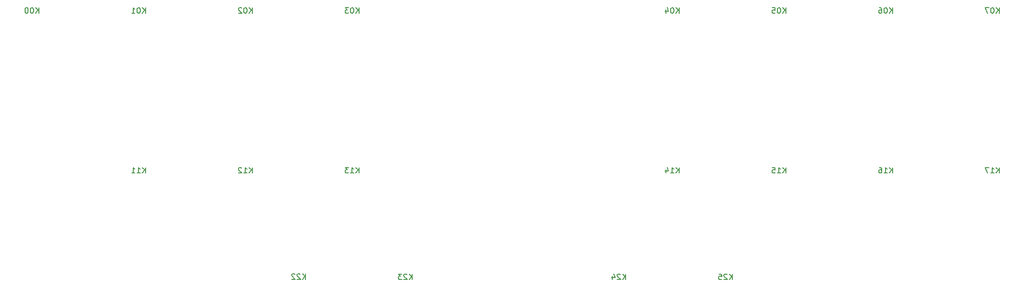
<source format=gbr>
%TF.GenerationSoftware,KiCad,Pcbnew,(5.1.10)-1*%
%TF.CreationDate,2021-10-15T02:03:15+09:00*%
%TF.ProjectId,orca_keyboard,6f726361-5f6b-4657-9962-6f6172642e6b,rev?*%
%TF.SameCoordinates,Original*%
%TF.FileFunction,Legend,Bot*%
%TF.FilePolarity,Positive*%
%FSLAX46Y46*%
G04 Gerber Fmt 4.6, Leading zero omitted, Abs format (unit mm)*
G04 Created by KiCad (PCBNEW (5.1.10)-1) date 2021-10-15 02:03:15*
%MOMM*%
%LPD*%
G01*
G04 APERTURE LIST*
%ADD10C,0.200000*%
G04 APERTURE END LIST*
%TO.C,K00*%
D10*
X17744285Y64359619D02*
X17744285Y65359619D01*
X17172857Y64359619D02*
X17601428Y64931047D01*
X17172857Y65359619D02*
X17744285Y64788190D01*
X16553809Y65359619D02*
X16458571Y65359619D01*
X16363333Y65312000D01*
X16315714Y65264380D01*
X16268095Y65169142D01*
X16220476Y64978666D01*
X16220476Y64740571D01*
X16268095Y64550095D01*
X16315714Y64454857D01*
X16363333Y64407238D01*
X16458571Y64359619D01*
X16553809Y64359619D01*
X16649047Y64407238D01*
X16696666Y64454857D01*
X16744285Y64550095D01*
X16791904Y64740571D01*
X16791904Y64978666D01*
X16744285Y65169142D01*
X16696666Y65264380D01*
X16649047Y65312000D01*
X16553809Y65359619D01*
X15601428Y65359619D02*
X15506190Y65359619D01*
X15410952Y65312000D01*
X15363333Y65264380D01*
X15315714Y65169142D01*
X15268095Y64978666D01*
X15268095Y64740571D01*
X15315714Y64550095D01*
X15363333Y64454857D01*
X15410952Y64407238D01*
X15506190Y64359619D01*
X15601428Y64359619D01*
X15696666Y64407238D01*
X15744285Y64454857D01*
X15791904Y64550095D01*
X15839523Y64740571D01*
X15839523Y64978666D01*
X15791904Y65169142D01*
X15744285Y65264380D01*
X15696666Y65312000D01*
X15601428Y65359619D01*
%TO.C,K01*%
X36794285Y64359619D02*
X36794285Y65359619D01*
X36222857Y64359619D02*
X36651428Y64931047D01*
X36222857Y65359619D02*
X36794285Y64788190D01*
X35603809Y65359619D02*
X35508571Y65359619D01*
X35413333Y65312000D01*
X35365714Y65264380D01*
X35318095Y65169142D01*
X35270476Y64978666D01*
X35270476Y64740571D01*
X35318095Y64550095D01*
X35365714Y64454857D01*
X35413333Y64407238D01*
X35508571Y64359619D01*
X35603809Y64359619D01*
X35699047Y64407238D01*
X35746666Y64454857D01*
X35794285Y64550095D01*
X35841904Y64740571D01*
X35841904Y64978666D01*
X35794285Y65169142D01*
X35746666Y65264380D01*
X35699047Y65312000D01*
X35603809Y65359619D01*
X34318095Y64359619D02*
X34889523Y64359619D01*
X34603809Y64359619D02*
X34603809Y65359619D01*
X34699047Y65216761D01*
X34794285Y65121523D01*
X34889523Y65073904D01*
%TO.C,K02*%
X55844285Y64359619D02*
X55844285Y65359619D01*
X55272857Y64359619D02*
X55701428Y64931047D01*
X55272857Y65359619D02*
X55844285Y64788190D01*
X54653809Y65359619D02*
X54558571Y65359619D01*
X54463333Y65312000D01*
X54415714Y65264380D01*
X54368095Y65169142D01*
X54320476Y64978666D01*
X54320476Y64740571D01*
X54368095Y64550095D01*
X54415714Y64454857D01*
X54463333Y64407238D01*
X54558571Y64359619D01*
X54653809Y64359619D01*
X54749047Y64407238D01*
X54796666Y64454857D01*
X54844285Y64550095D01*
X54891904Y64740571D01*
X54891904Y64978666D01*
X54844285Y65169142D01*
X54796666Y65264380D01*
X54749047Y65312000D01*
X54653809Y65359619D01*
X53939523Y65264380D02*
X53891904Y65312000D01*
X53796666Y65359619D01*
X53558571Y65359619D01*
X53463333Y65312000D01*
X53415714Y65264380D01*
X53368095Y65169142D01*
X53368095Y65073904D01*
X53415714Y64931047D01*
X53987142Y64359619D01*
X53368095Y64359619D01*
%TO.C,K03*%
X74894285Y64359619D02*
X74894285Y65359619D01*
X74322857Y64359619D02*
X74751428Y64931047D01*
X74322857Y65359619D02*
X74894285Y64788190D01*
X73703809Y65359619D02*
X73608571Y65359619D01*
X73513333Y65312000D01*
X73465714Y65264380D01*
X73418095Y65169142D01*
X73370476Y64978666D01*
X73370476Y64740571D01*
X73418095Y64550095D01*
X73465714Y64454857D01*
X73513333Y64407238D01*
X73608571Y64359619D01*
X73703809Y64359619D01*
X73799047Y64407238D01*
X73846666Y64454857D01*
X73894285Y64550095D01*
X73941904Y64740571D01*
X73941904Y64978666D01*
X73894285Y65169142D01*
X73846666Y65264380D01*
X73799047Y65312000D01*
X73703809Y65359619D01*
X73037142Y65359619D02*
X72418095Y65359619D01*
X72751428Y64978666D01*
X72608571Y64978666D01*
X72513333Y64931047D01*
X72465714Y64883428D01*
X72418095Y64788190D01*
X72418095Y64550095D01*
X72465714Y64454857D01*
X72513333Y64407238D01*
X72608571Y64359619D01*
X72894285Y64359619D01*
X72989523Y64407238D01*
X73037142Y64454857D01*
%TO.C,K04*%
X132044285Y64359619D02*
X132044285Y65359619D01*
X131472857Y64359619D02*
X131901428Y64931047D01*
X131472857Y65359619D02*
X132044285Y64788190D01*
X130853809Y65359619D02*
X130758571Y65359619D01*
X130663333Y65312000D01*
X130615714Y65264380D01*
X130568095Y65169142D01*
X130520476Y64978666D01*
X130520476Y64740571D01*
X130568095Y64550095D01*
X130615714Y64454857D01*
X130663333Y64407238D01*
X130758571Y64359619D01*
X130853809Y64359619D01*
X130949047Y64407238D01*
X130996666Y64454857D01*
X131044285Y64550095D01*
X131091904Y64740571D01*
X131091904Y64978666D01*
X131044285Y65169142D01*
X130996666Y65264380D01*
X130949047Y65312000D01*
X130853809Y65359619D01*
X129663333Y65026285D02*
X129663333Y64359619D01*
X129901428Y65407238D02*
X130139523Y64692952D01*
X129520476Y64692952D01*
%TO.C,K05*%
X151094285Y64359619D02*
X151094285Y65359619D01*
X150522857Y64359619D02*
X150951428Y64931047D01*
X150522857Y65359619D02*
X151094285Y64788190D01*
X149903809Y65359619D02*
X149808571Y65359619D01*
X149713333Y65312000D01*
X149665714Y65264380D01*
X149618095Y65169142D01*
X149570476Y64978666D01*
X149570476Y64740571D01*
X149618095Y64550095D01*
X149665714Y64454857D01*
X149713333Y64407238D01*
X149808571Y64359619D01*
X149903809Y64359619D01*
X149999047Y64407238D01*
X150046666Y64454857D01*
X150094285Y64550095D01*
X150141904Y64740571D01*
X150141904Y64978666D01*
X150094285Y65169142D01*
X150046666Y65264380D01*
X149999047Y65312000D01*
X149903809Y65359619D01*
X148665714Y65359619D02*
X149141904Y65359619D01*
X149189523Y64883428D01*
X149141904Y64931047D01*
X149046666Y64978666D01*
X148808571Y64978666D01*
X148713333Y64931047D01*
X148665714Y64883428D01*
X148618095Y64788190D01*
X148618095Y64550095D01*
X148665714Y64454857D01*
X148713333Y64407238D01*
X148808571Y64359619D01*
X149046666Y64359619D01*
X149141904Y64407238D01*
X149189523Y64454857D01*
%TO.C,K06*%
X170144285Y64359619D02*
X170144285Y65359619D01*
X169572857Y64359619D02*
X170001428Y64931047D01*
X169572857Y65359619D02*
X170144285Y64788190D01*
X168953809Y65359619D02*
X168858571Y65359619D01*
X168763333Y65312000D01*
X168715714Y65264380D01*
X168668095Y65169142D01*
X168620476Y64978666D01*
X168620476Y64740571D01*
X168668095Y64550095D01*
X168715714Y64454857D01*
X168763333Y64407238D01*
X168858571Y64359619D01*
X168953809Y64359619D01*
X169049047Y64407238D01*
X169096666Y64454857D01*
X169144285Y64550095D01*
X169191904Y64740571D01*
X169191904Y64978666D01*
X169144285Y65169142D01*
X169096666Y65264380D01*
X169049047Y65312000D01*
X168953809Y65359619D01*
X167763333Y65359619D02*
X167953809Y65359619D01*
X168049047Y65312000D01*
X168096666Y65264380D01*
X168191904Y65121523D01*
X168239523Y64931047D01*
X168239523Y64550095D01*
X168191904Y64454857D01*
X168144285Y64407238D01*
X168049047Y64359619D01*
X167858571Y64359619D01*
X167763333Y64407238D01*
X167715714Y64454857D01*
X167668095Y64550095D01*
X167668095Y64788190D01*
X167715714Y64883428D01*
X167763333Y64931047D01*
X167858571Y64978666D01*
X168049047Y64978666D01*
X168144285Y64931047D01*
X168191904Y64883428D01*
X168239523Y64788190D01*
%TO.C,K07*%
X189194285Y64359619D02*
X189194285Y65359619D01*
X188622857Y64359619D02*
X189051428Y64931047D01*
X188622857Y65359619D02*
X189194285Y64788190D01*
X188003809Y65359619D02*
X187908571Y65359619D01*
X187813333Y65312000D01*
X187765714Y65264380D01*
X187718095Y65169142D01*
X187670476Y64978666D01*
X187670476Y64740571D01*
X187718095Y64550095D01*
X187765714Y64454857D01*
X187813333Y64407238D01*
X187908571Y64359619D01*
X188003809Y64359619D01*
X188099047Y64407238D01*
X188146666Y64454857D01*
X188194285Y64550095D01*
X188241904Y64740571D01*
X188241904Y64978666D01*
X188194285Y65169142D01*
X188146666Y65264380D01*
X188099047Y65312000D01*
X188003809Y65359619D01*
X187337142Y65359619D02*
X186670476Y65359619D01*
X187099047Y64359619D01*
%TO.C,K11*%
X36794285Y35779619D02*
X36794285Y36779619D01*
X36222857Y35779619D02*
X36651428Y36351047D01*
X36222857Y36779619D02*
X36794285Y36208190D01*
X35270476Y35779619D02*
X35841904Y35779619D01*
X35556190Y35779619D02*
X35556190Y36779619D01*
X35651428Y36636761D01*
X35746666Y36541523D01*
X35841904Y36493904D01*
X34318095Y35779619D02*
X34889523Y35779619D01*
X34603809Y35779619D02*
X34603809Y36779619D01*
X34699047Y36636761D01*
X34794285Y36541523D01*
X34889523Y36493904D01*
%TO.C,K12*%
X55844285Y35779619D02*
X55844285Y36779619D01*
X55272857Y35779619D02*
X55701428Y36351047D01*
X55272857Y36779619D02*
X55844285Y36208190D01*
X54320476Y35779619D02*
X54891904Y35779619D01*
X54606190Y35779619D02*
X54606190Y36779619D01*
X54701428Y36636761D01*
X54796666Y36541523D01*
X54891904Y36493904D01*
X53939523Y36684380D02*
X53891904Y36732000D01*
X53796666Y36779619D01*
X53558571Y36779619D01*
X53463333Y36732000D01*
X53415714Y36684380D01*
X53368095Y36589142D01*
X53368095Y36493904D01*
X53415714Y36351047D01*
X53987142Y35779619D01*
X53368095Y35779619D01*
%TO.C,K13*%
X74894285Y35779619D02*
X74894285Y36779619D01*
X74322857Y35779619D02*
X74751428Y36351047D01*
X74322857Y36779619D02*
X74894285Y36208190D01*
X73370476Y35779619D02*
X73941904Y35779619D01*
X73656190Y35779619D02*
X73656190Y36779619D01*
X73751428Y36636761D01*
X73846666Y36541523D01*
X73941904Y36493904D01*
X73037142Y36779619D02*
X72418095Y36779619D01*
X72751428Y36398666D01*
X72608571Y36398666D01*
X72513333Y36351047D01*
X72465714Y36303428D01*
X72418095Y36208190D01*
X72418095Y35970095D01*
X72465714Y35874857D01*
X72513333Y35827238D01*
X72608571Y35779619D01*
X72894285Y35779619D01*
X72989523Y35827238D01*
X73037142Y35874857D01*
%TO.C,K14*%
X132044285Y35779619D02*
X132044285Y36779619D01*
X131472857Y35779619D02*
X131901428Y36351047D01*
X131472857Y36779619D02*
X132044285Y36208190D01*
X130520476Y35779619D02*
X131091904Y35779619D01*
X130806190Y35779619D02*
X130806190Y36779619D01*
X130901428Y36636761D01*
X130996666Y36541523D01*
X131091904Y36493904D01*
X129663333Y36446285D02*
X129663333Y35779619D01*
X129901428Y36827238D02*
X130139523Y36112952D01*
X129520476Y36112952D01*
%TO.C,K15*%
X151094285Y35779619D02*
X151094285Y36779619D01*
X150522857Y35779619D02*
X150951428Y36351047D01*
X150522857Y36779619D02*
X151094285Y36208190D01*
X149570476Y35779619D02*
X150141904Y35779619D01*
X149856190Y35779619D02*
X149856190Y36779619D01*
X149951428Y36636761D01*
X150046666Y36541523D01*
X150141904Y36493904D01*
X148665714Y36779619D02*
X149141904Y36779619D01*
X149189523Y36303428D01*
X149141904Y36351047D01*
X149046666Y36398666D01*
X148808571Y36398666D01*
X148713333Y36351047D01*
X148665714Y36303428D01*
X148618095Y36208190D01*
X148618095Y35970095D01*
X148665714Y35874857D01*
X148713333Y35827238D01*
X148808571Y35779619D01*
X149046666Y35779619D01*
X149141904Y35827238D01*
X149189523Y35874857D01*
%TO.C,K16*%
X170144285Y35779619D02*
X170144285Y36779619D01*
X169572857Y35779619D02*
X170001428Y36351047D01*
X169572857Y36779619D02*
X170144285Y36208190D01*
X168620476Y35779619D02*
X169191904Y35779619D01*
X168906190Y35779619D02*
X168906190Y36779619D01*
X169001428Y36636761D01*
X169096666Y36541523D01*
X169191904Y36493904D01*
X167763333Y36779619D02*
X167953809Y36779619D01*
X168049047Y36732000D01*
X168096666Y36684380D01*
X168191904Y36541523D01*
X168239523Y36351047D01*
X168239523Y35970095D01*
X168191904Y35874857D01*
X168144285Y35827238D01*
X168049047Y35779619D01*
X167858571Y35779619D01*
X167763333Y35827238D01*
X167715714Y35874857D01*
X167668095Y35970095D01*
X167668095Y36208190D01*
X167715714Y36303428D01*
X167763333Y36351047D01*
X167858571Y36398666D01*
X168049047Y36398666D01*
X168144285Y36351047D01*
X168191904Y36303428D01*
X168239523Y36208190D01*
%TO.C,K17*%
X189194285Y35779619D02*
X189194285Y36779619D01*
X188622857Y35779619D02*
X189051428Y36351047D01*
X188622857Y36779619D02*
X189194285Y36208190D01*
X187670476Y35779619D02*
X188241904Y35779619D01*
X187956190Y35779619D02*
X187956190Y36779619D01*
X188051428Y36636761D01*
X188146666Y36541523D01*
X188241904Y36493904D01*
X187337142Y36779619D02*
X186670476Y36779619D01*
X187099047Y35779619D01*
%TO.C,K22*%
X65364285Y16779619D02*
X65364285Y17779619D01*
X64792857Y16779619D02*
X65221428Y17351047D01*
X64792857Y17779619D02*
X65364285Y17208190D01*
X64411904Y17684380D02*
X64364285Y17732000D01*
X64269047Y17779619D01*
X64030952Y17779619D01*
X63935714Y17732000D01*
X63888095Y17684380D01*
X63840476Y17589142D01*
X63840476Y17493904D01*
X63888095Y17351047D01*
X64459523Y16779619D01*
X63840476Y16779619D01*
X63459523Y17684380D02*
X63411904Y17732000D01*
X63316666Y17779619D01*
X63078571Y17779619D01*
X62983333Y17732000D01*
X62935714Y17684380D01*
X62888095Y17589142D01*
X62888095Y17493904D01*
X62935714Y17351047D01*
X63507142Y16779619D01*
X62888095Y16779619D01*
%TO.C,K23*%
X84414285Y16729619D02*
X84414285Y17729619D01*
X83842857Y16729619D02*
X84271428Y17301047D01*
X83842857Y17729619D02*
X84414285Y17158190D01*
X83461904Y17634380D02*
X83414285Y17682000D01*
X83319047Y17729619D01*
X83080952Y17729619D01*
X82985714Y17682000D01*
X82938095Y17634380D01*
X82890476Y17539142D01*
X82890476Y17443904D01*
X82938095Y17301047D01*
X83509523Y16729619D01*
X82890476Y16729619D01*
X82557142Y17729619D02*
X81938095Y17729619D01*
X82271428Y17348666D01*
X82128571Y17348666D01*
X82033333Y17301047D01*
X81985714Y17253428D01*
X81938095Y17158190D01*
X81938095Y16920095D01*
X81985714Y16824857D01*
X82033333Y16777238D01*
X82128571Y16729619D01*
X82414285Y16729619D01*
X82509523Y16777238D01*
X82557142Y16824857D01*
%TO.C,K24*%
X122514285Y16729619D02*
X122514285Y17729619D01*
X121942857Y16729619D02*
X122371428Y17301047D01*
X121942857Y17729619D02*
X122514285Y17158190D01*
X121561904Y17634380D02*
X121514285Y17682000D01*
X121419047Y17729619D01*
X121180952Y17729619D01*
X121085714Y17682000D01*
X121038095Y17634380D01*
X120990476Y17539142D01*
X120990476Y17443904D01*
X121038095Y17301047D01*
X121609523Y16729619D01*
X120990476Y16729619D01*
X120133333Y17396285D02*
X120133333Y16729619D01*
X120371428Y17777238D02*
X120609523Y17062952D01*
X119990476Y17062952D01*
%TO.C,K25*%
X141564285Y16729619D02*
X141564285Y17729619D01*
X140992857Y16729619D02*
X141421428Y17301047D01*
X140992857Y17729619D02*
X141564285Y17158190D01*
X140611904Y17634380D02*
X140564285Y17682000D01*
X140469047Y17729619D01*
X140230952Y17729619D01*
X140135714Y17682000D01*
X140088095Y17634380D01*
X140040476Y17539142D01*
X140040476Y17443904D01*
X140088095Y17301047D01*
X140659523Y16729619D01*
X140040476Y16729619D01*
X139135714Y17729619D02*
X139611904Y17729619D01*
X139659523Y17253428D01*
X139611904Y17301047D01*
X139516666Y17348666D01*
X139278571Y17348666D01*
X139183333Y17301047D01*
X139135714Y17253428D01*
X139088095Y17158190D01*
X139088095Y16920095D01*
X139135714Y16824857D01*
X139183333Y16777238D01*
X139278571Y16729619D01*
X139516666Y16729619D01*
X139611904Y16777238D01*
X139659523Y16824857D01*
%TD*%
M02*

</source>
